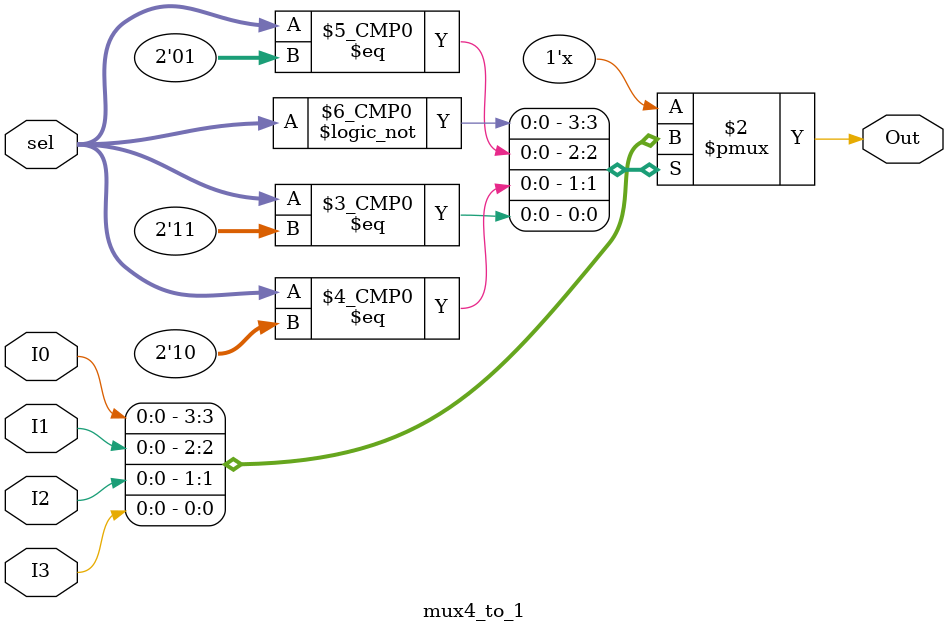
<source format=v>
`timescale 1ns / 1ps
module mux4_to_1 (
    input wire I0,
    input wire I1,
    input wire I2,
    input wire I3,
    input wire [1:0] sel,
    output reg Out
);
    always @(*) begin
        case (sel)
            2'b00: Out = I0;
            2'b01: Out = I1;
            2'b10: Out = I2;
            2'b11: Out = I3;
				default: Out = I0;
        endcase
    end
endmodule

</source>
